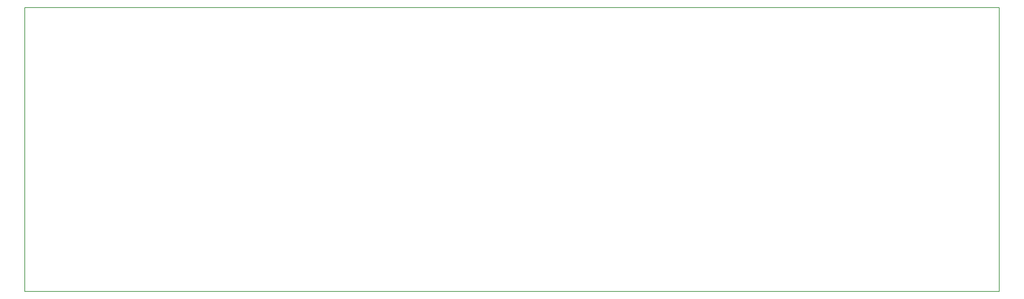
<source format=gbr>
G04 #@! TF.GenerationSoftware,KiCad,Pcbnew,(5.0.0-3-g5ebb6b6)*
G04 #@! TF.CreationDate,2018-10-15T21:33:50+02:00*
G04 #@! TF.ProjectId,infinitas,696E66696E697461732E6B696361645F,rev?*
G04 #@! TF.SameCoordinates,Original*
G04 #@! TF.FileFunction,Profile,NP*
%FSLAX46Y46*%
G04 Gerber Fmt 4.6, Leading zero omitted, Abs format (unit mm)*
G04 Created by KiCad (PCBNEW (5.0.0-3-g5ebb6b6)) date Monday, 15. October 2018 um 21:33:50*
%MOMM*%
%LPD*%
G01*
G04 APERTURE LIST*
%ADD10C,0.150000*%
G04 APERTURE END LIST*
D10*
X30000000Y-100000000D02*
X30000000Y-30000000D01*
X270000000Y-100000000D02*
X30000000Y-100000000D01*
X270000000Y-30000000D02*
X270000000Y-100000000D01*
X30000000Y-30000000D02*
X270000000Y-30000000D01*
M02*

</source>
